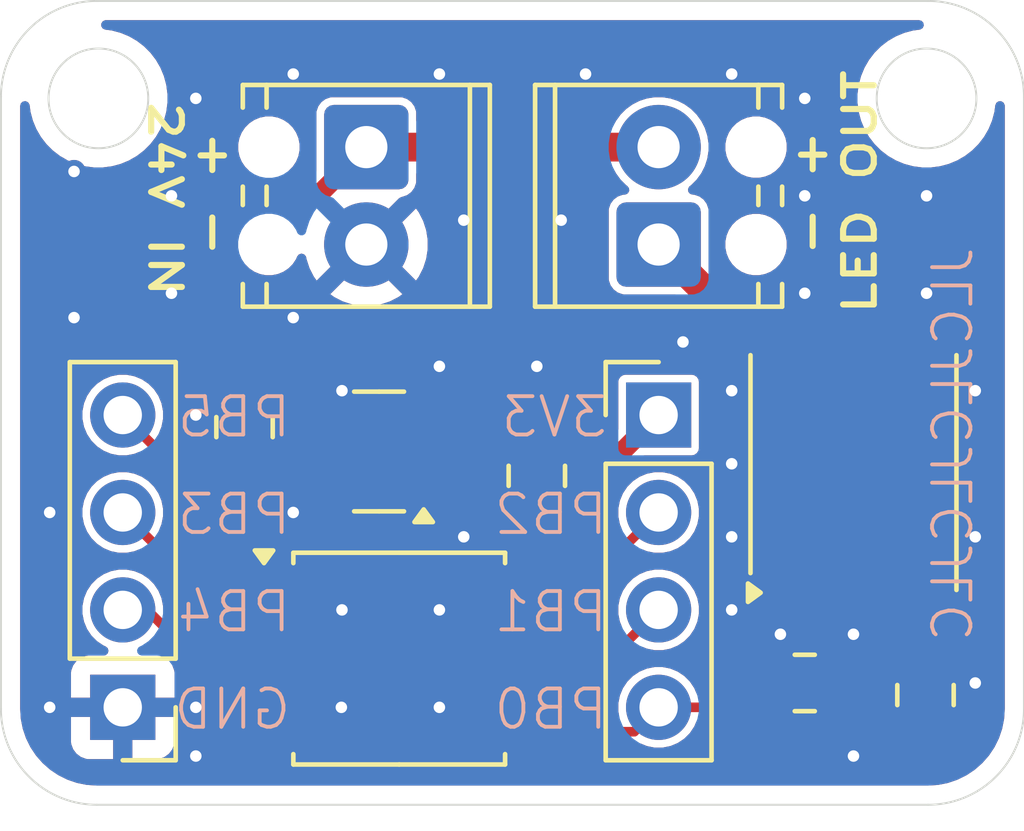
<source format=kicad_pcb>
(kicad_pcb (version 20241229) (generator "pcbnew") (generator_version "9.0")
  (layers (0 "F.Cu" signal) (2 "B.Cu" signal) (13 "F.Paste" user) (15 "B.Paste" user) (5 "F.SilkS" user "F.Silkscreen") (7 "B.SilkS" user "B.Silkscreen") (1 "F.Mask" user) (3 "B.Mask" user) (25 "Edge.Cuts" user))
  (net 0 "")
  (net 1 "GND")
  (net 2 "+3.3V")
  (net 3 "Net-(J1-Pin_1)")
  (net 4 "24V+")
  (net 5 "MOSFET_GATE")
  (net 6 "PB5")
  (net 7 "PB3")
  (net 8 "PB4")
  (net 9 "PB0")
  (net 10 "PB1")
  (net 11 "PB2")
  (footprint "Package_SO:SOIC-8_5.3x5.3mm_P1.27mm" (layer "F.Cu") (at 127.2225 96.52)
    (property "Reference" "U3" (hide yes))
    (property "Value" "ATtiny85V-10S")
    (fp_line (start -2.76 -2.76) (end -2.76 -2.49) (stroke (width 0.12)) (layer "F.SilkS"))
    (fp_line (start -2.76 2.76) (end -2.76 2.49) (stroke (width 0.12)) (layer "F.SilkS"))
    (fp_line (start 0 -2.76) (end -2.76 -2.76) (stroke (width 0.12)) (layer "F.SilkS"))
    (fp_line (start 0 -2.76) (end 2.76 -2.76) (stroke (width 0.12)) (layer "F.SilkS"))
    (fp_line (start 0 2.76) (end -2.76 2.76) (stroke (width 0.12)) (layer "F.SilkS"))
    (fp_line (start 0 2.76) (end 2.76 2.76) (stroke (width 0.12)) (layer "F.SilkS"))
    (fp_line (start 2.76 -2.76) (end 2.76 -2.49) (stroke (width 0.12)) (layer "F.SilkS"))
    (fp_line (start 2.76 2.76) (end 2.76 2.49) (stroke (width 0.12)) (layer "F.SilkS"))
    (fp_poly (pts (xy -3.525 -2.49) (xy -3.765 -2.82) (xy -3.285 -2.82)) (stroke (width 0.12)) (fill yes) (layer "F.SilkS"))
    (pad "1" smd roundrect (at -3.5875 -1.905) (size 1.625 0.65) (layers "F.Cu" "F.Mask" "F.Paste") (net 6 "PB5"))
    (pad "2" smd roundrect (at -3.5875 -0.635) (size 1.625 0.65) (layers "F.Cu" "F.Mask" "F.Paste") (net 7 "PB3"))
    (pad "3" smd roundrect (at -3.5875 0.635) (size 1.625 0.65) (layers "F.Cu" "F.Mask" "F.Paste") (net 8 "PB4"))
    (pad "4" smd roundrect (at -3.5875 1.905) (size 1.625 0.65) (layers "F.Cu" "F.Mask" "F.Paste") (net 1 "GND"))
    (pad "5" smd roundrect (at 3.5875 1.905) (size 1.625 0.65) (layers "F.Cu" "F.Mask" "F.Paste") (net 9 "PB0"))
    (pad "6" smd roundrect (at 3.5875 0.635) (size 1.625 0.65) (layers "F.Cu" "F.Mask" "F.Paste") (net 10 "PB1"))
    (pad "7" smd roundrect (at 3.5875 -0.635) (size 1.625 0.65) (layers "F.Cu" "F.Mask" "F.Paste") (net 11 "PB2"))
    (pad "8" smd roundrect (at 3.5875 -1.905) (size 1.625 0.65) (layers "F.Cu" "F.Mask" "F.Paste") (net 2 "+3.3V"))
  )
  (footprint "Connector_PinHeader_2.54mm:PinHeader_1x04_P2.54mm_Vertical" (layer "F.Cu") (at 120.015 97.79 180)
    (property "Reference" "J4" (hide yes))
    (property "Value" "DEBUG")
    (fp_line (start 1.38 1.27) (end 1.38 9) (stroke (width 0.12)) (layer "F.SilkS"))
    (fp_line (start -1.38 9) (end 1.38 9) (stroke (width 0.12)) (layer "F.SilkS"))
    (fp_line (start -1.38 1.27) (end 1.38 1.27) (stroke (width 0.12)) (layer "F.SilkS"))
    (fp_line (start -1.38 1.27) (end -1.38 9) (stroke (width 0.12)) (layer "F.SilkS"))
    (fp_line (start -1.38 0) (end -1.38 -1.38) (stroke (width 0.12)) (layer "F.SilkS"))
    (fp_line (start -1.38 -1.38) (end 0 -1.38) (stroke (width 0.12)) (layer "F.SilkS"))
    (pad "1" thru_hole rect (at 0 0 180) (size 1.7 1.7) (drill 1) (layers "*.Cu" "*.Mask") (net 1 "GND"))
    (pad "2" thru_hole circle (at 0 2.54 180) (size 1.7 1.7) (drill 1) (layers "*.Cu" "*.Mask") (net 8 "PB4"))
    (pad "3" thru_hole circle (at 0 5.08 180) (size 1.7 1.7) (drill 1) (layers "*.Cu" "*.Mask") (net 7 "PB3"))
    (pad "4" thru_hole circle (at 0 7.62 180) (size 1.7 1.7) (drill 1) (layers "*.Cu" "*.Mask") (net 6 "PB5"))
  )
  (footprint "Capacitor_SMD:C_0805_2012Metric" (layer "F.Cu") (at 137.795 97.155)
    (property "Reference" "R2" (hide yes))
    (property "Value" "100Ω")
    (fp_line (start -0.261252 -0.735) (end 0.261252 -0.735) (stroke (width 0.12)) (layer "F.SilkS"))
    (fp_line (start -0.261252 0.735) (end 0.261252 0.735) (stroke (width 0.12)) (layer "F.SilkS"))
    (pad "1" smd roundrect (at -0.95 0) (size 1 1.45) (layers "F.Cu" "F.Mask" "F.Paste") (net 9 "PB0"))
    (pad "2" smd roundrect (at 0.95 0) (size 1 1.45) (layers "F.Cu" "F.Mask" "F.Paste") (net 5 "MOSFET_GATE"))
  )
  (footprint "TerminalBlock_Phoenix:TerminalBlock_Phoenix_MPT-0,5-2-2.54_1x02_P2.54mm_Horizontal" (layer "F.Cu") (at 126.365 83.185 -90)
    (property "Reference" "J2" (hide yes))
    (property "Value" "24V_IN")
    (fp_line (start -1.62 3.22) (end -1.62 -3.22) (stroke (width 0.12)) (layer "F.SilkS"))
    (fp_line (start -1.03 3.22) (end -1.62 3.22) (stroke (width 0.12)) (layer "F.SilkS"))
    (fp_line (start 1.51 3.22) (end 1.03 3.22) (stroke (width 0.12)) (layer "F.SilkS"))
    (fp_line (start 4.16 3.22) (end 3.57 3.22) (stroke (width 0.12)) (layer "F.SilkS"))
    (fp_line (start -1.62 2.6) (end -1.03 2.6) (stroke (width 0.12)) (layer "F.SilkS"))
    (fp_line (start 1.03 2.6) (end 1.51 2.6) (stroke (width 0.12)) (layer "F.SilkS"))
    (fp_line (start 3.57 2.6) (end 4.16 2.6) (stroke (width 0.12)) (layer "F.SilkS"))
    (fp_line (start -1.62 -2.7) (end 4.16 -2.7) (stroke (width 0.12)) (layer "F.SilkS"))
    (fp_line (start -1.62 -3.22) (end 4.16 -3.22) (stroke (width 0.12)) (layer "F.SilkS"))
    (fp_line (start 4.16 -3.22) (end 4.16 3.22) (stroke (width 0.12)) (layer "F.SilkS"))
    (pad "" np_thru_hole circle (at 0 2.54 270) (size 1.1 1.1) (drill 1.1) (layers "*.Cu" "*.Mask"))
    (pad "" np_thru_hole circle (at 2.54 2.54 270) (size 1.1 1.1) (drill 1.1) (layers "*.Cu" "*.Mask"))
    (pad "1" thru_hole roundrect (at 0 0 270) (size 2.2 2.2) (drill 1.1) (layers "*.Cu" "*.Mask") (roundrect_rratio 0.113636) (net 4 "24V+"))
    (pad "2" thru_hole circle (at 2.54 0 270) (size 2.2 2.2) (drill 1.1) (layers "*.Cu" "*.Mask") (net 1 "GND"))
  )
  (footprint "Connector_PinHeader_2.54mm:PinHeader_1x04_P2.54mm_Vertical" (layer "F.Cu") (at 133.985 90.17)
    (property "Reference" "J3" (hide yes))
    (property "Value" "DEBUG")
    (fp_line (start -1.38 -1.38) (end 0 -1.38) (stroke (width 0.12)) (layer "F.SilkS"))
    (fp_line (start -1.38 0) (end -1.38 -1.38) (stroke (width 0.12)) (layer "F.SilkS"))
    (fp_line (start -1.38 1.27) (end -1.38 9) (stroke (width 0.12)) (layer "F.SilkS"))
    (fp_line (start -1.38 1.27) (end 1.38 1.27) (stroke (width 0.12)) (layer "F.SilkS"))
    (fp_line (start -1.38 9) (end 1.38 9) (stroke (width 0.12)) (layer "F.SilkS"))
    (fp_line (start 1.38 1.27) (end 1.38 9) (stroke (width 0.12)) (layer "F.SilkS"))
    (pad "1" thru_hole rect (at 0 0) (size 1.7 1.7) (drill 1) (layers "*.Cu" "*.Mask") (net 2 "+3.3V"))
    (pad "2" thru_hole circle (at 0 2.54) (size 1.7 1.7) (drill 1) (layers "*.Cu" "*.Mask") (net 11 "PB2"))
    (pad "3" thru_hole circle (at 0 5.08) (size 1.7 1.7) (drill 1) (layers "*.Cu" "*.Mask") (net 10 "PB1"))
    (pad "4" thru_hole circle (at 0 7.62) (size 1.7 1.7) (drill 1) (layers "*.Cu" "*.Mask") (net 9 "PB0"))
  )
  (footprint "Package_TO_SOT_SMD:SOT-23" (layer "F.Cu") (at 126.6975 91.12 180)
    (property "Reference" "U2" (hide yes))
    (property "Value" "MCP1799x-330xxTT")
    (fp_line (start 0 1.56) (end 0.65 1.56) (stroke (width 0.12)) (layer "F.SilkS"))
    (fp_line (start 0 1.56) (end -0.65 1.56) (stroke (width 0.12)) (layer "F.SilkS"))
    (fp_line (start 0 -1.56) (end 0.65 -1.56) (stroke (width 0.12)) (layer "F.SilkS"))
    (fp_line (start 0 -1.56) (end -0.65 -1.56) (stroke (width 0.12)) (layer "F.SilkS"))
    (fp_poly (pts (xy -1.1625 -1.51) (xy -1.4025 -1.84) (xy -0.9225 -1.84)) (stroke (width 0.12)) (fill yes) (layer "F.SilkS"))
    (pad "1" smd roundrect (at -0.9375 -0.95 180) (size 1.475 0.6) (layers "F.Cu" "F.Mask" "F.Paste") (net 1 "GND"))
    (pad "2" smd roundrect (at -0.9375 0.95 180) (size 1.475 0.6) (layers "F.Cu" "F.Mask" "F.Paste") (net 2 "+3.3V"))
    (pad "3" smd roundrect (at 0.9375 0 180) (size 1.475 0.6) (layers "F.Cu" "F.Mask" "F.Paste") (net 4 "24V+"))
  )
  (footprint "Capacitor_SMD:C_0805_2012Metric" (layer "F.Cu") (at 140.9425 97.47 90)
    (property "Reference" "R3" (hide yes))
    (property "Value" "100kΩ")
    (fp_line (start -0.261252 -0.735) (end 0.261252 -0.735) (stroke (width 0.12)) (layer "F.SilkS"))
    (fp_line (start -0.261252 0.735) (end 0.261252 0.735) (stroke (width 0.12)) (layer "F.SilkS"))
    (pad "1" smd roundrect (at -0.95 0 90) (size 1 1.45) (layers "F.Cu" "F.Mask" "F.Paste") (net 1 "GND"))
    (pad "2" smd roundrect (at 0.95 0 90) (size 1 1.45) (layers "F.Cu" "F.Mask" "F.Paste") (net 5 "MOSFET_GATE"))
  )
  (footprint "Capacitor_SMD:C_0805_2012Metric" (layer "F.Cu") (at 130.81 91.755 90)
    (property "Reference" "C2" (hide yes))
    (property "Value" "1μF")
    (fp_line (start -0.261252 -0.735) (end 0.261252 -0.735) (stroke (width 0.12)) (layer "F.SilkS"))
    (fp_line (start -0.261252 0.735) (end 0.261252 0.735) (stroke (width 0.12)) (layer "F.SilkS"))
    (pad "1" smd roundrect (at -0.95 0 90) (size 1 1.45) (layers "F.Cu" "F.Mask" "F.Paste") (net 2 "+3.3V"))
    (pad "2" smd roundrect (at 0.95 0 90) (size 1 1.45) (layers "F.Cu" "F.Mask" "F.Paste") (net 1 "GND"))
  )
  (footprint "Package_TO_SOT_SMD:TDSON-8-1" (layer "F.Cu") (at 139.065 91.67 90)
    (property "Reference" "Q1" (hide yes))
    (property "Value" "CSD17302Q5A")
    (fp_line (start 3.06 -2.685) (end -2.62 -2.685) (stroke (width 0.12)) (layer "F.SilkS"))
    (fp_line (start 3.06 2.685) (end -3.06 2.685) (stroke (width 0.12)) (layer "F.SilkS"))
    (fp_poly (pts (xy -3.131622 -2.42027) (xy -3.371622 -2.75027) (xy -2.891622 -2.75027) (xy -3.131622 -2.42027)) (stroke (width 0.12)) (fill yes) (layer "F.SilkS"))
    (pad "1" smd roundrect (at -2.9 -1.905 90) (size 0.85 0.5) (layers "F.Cu" "F.Mask" "F.Paste") (net 1 "GND"))
    (pad "2" smd roundrect (at -2.9 -0.635 90) (size 0.85 0.5) (layers "F.Cu" "F.Mask" "F.Paste") (net 1 "GND"))
    (pad "3" smd roundrect (at -2.9 0.635 90) (size 0.85 0.5) (layers "F.Cu" "F.Mask" "F.Paste") (net 1 "GND"))
    (pad "4" smd roundrect (at -2.9 1.905 90) (size 0.85 0.5) (layers "F.Cu" "F.Mask" "F.Paste") (net 5 "MOSFET_GATE"))
    (pad "5" smd rect (at 1.05 0 90) (size 4.55 4.41) (layers "F.Cu") (net 3 "Net-(J1-Pin_1)"))
  )
  (footprint "Capacitor_SMD:C_0805_2012Metric" (layer "F.Cu") (at 123.19 90.485 -90)
    (property "Reference" "C1" (hide yes))
    (property "Value" "1μF")
    (fp_line (start -0.261252 0.735) (end 0.261252 0.735) (stroke (width 0.12)) (layer "F.SilkS"))
    (fp_line (start -0.261252 -0.735) (end 0.261252 -0.735) (stroke (width 0.12)) (layer "F.SilkS"))
    (pad "1" smd roundrect (at -0.95 0 270) (size 1 1.45) (layers "F.Cu" "F.Mask" "F.Paste") (net 4 "24V+"))
    (pad "2" smd roundrect (at 0.95 0 270) (size 1 1.45) (layers "F.Cu" "F.Mask" "F.Paste") (net 1 "GND"))
  )
  (footprint "TerminalBlock_Phoenix:TerminalBlock_Phoenix_MPT-0,5-2-2.54_1x02_P2.54mm_Horizontal" (layer "F.Cu") (at 133.985 85.725 90)
    (property "Reference" "J1" (hide yes))
    (property "Value" "LED_24V_OUT")
    (fp_line (start 4.16 -3.22) (end 4.16 3.22) (stroke (width 0.12)) (layer "F.SilkS"))
    (fp_line (start -1.62 -3.22) (end 4.16 -3.22) (stroke (width 0.12)) (layer "F.SilkS"))
    (fp_line (start -1.62 -2.7) (end 4.16 -2.7) (stroke (width 0.12)) (layer "F.SilkS"))
    (fp_line (start 3.57 2.6) (end 4.16 2.6) (stroke (width 0.12)) (layer "F.SilkS"))
    (fp_line (start 1.03 2.6) (end 1.51 2.6) (stroke (width 0.12)) (layer "F.SilkS"))
    (fp_line (start -1.62 2.6) (end -1.03 2.6) (stroke (width 0.12)) (layer "F.SilkS"))
    (fp_line (start 4.16 3.22) (end 3.57 3.22) (stroke (width 0.12)) (layer "F.SilkS"))
    (fp_line (start 1.51 3.22) (end 1.03 3.22) (stroke (width 0.12)) (layer "F.SilkS"))
    (fp_line (start -1.03 3.22) (end -1.62 3.22) (stroke (width 0.12)) (layer "F.SilkS"))
    (fp_line (start -1.62 3.22) (end -1.62 -3.22) (stroke (width 0.12)) (layer "F.SilkS"))
    (pad "" np_thru_hole circle (at 0 2.54 90) (size 1.1 1.1) (drill 1.1) (layers "*.Cu" "*.Mask"))
    (pad "" np_thru_hole circle (at 2.54 2.54 90) (size 1.1 1.1) (drill 1.1) (layers "*.Cu" "*.Mask"))
    (pad "1" thru_hole roundrect (at 0 0 90) (size 2.2 2.2) (drill 1.1) (layers "*.Cu" "*.Mask") (roundrect_rratio 0.113636) (net 3 "Net-(J1-Pin_1)"))
    (pad "2" thru_hole circle (at 2.54 0 90) (size 2.2 2.2) (drill 1.1) (layers "*.Cu" "*.Mask") (net 4 "24V+"))
  )
  (gr_arc (start 119.34 100.33) (mid 117.572233 99.597767) (end 116.84 97.83) (stroke (width 0.05)) (layer "Edge.Cuts"))
  (gr_circle (center 119.38 81.915) (end 120.68 81.915) (stroke (width 0.05)) (fill no) (layer "Edge.Cuts"))
  (gr_arc (start 143.51 97.83) (mid 142.777767 99.597767) (end 141.01 100.33) (stroke (width 0.05)) (layer "Edge.Cuts"))
  (gr_line (start 141.01 100.33) (end 119.34 100.33) (stroke (width 0.05)) (layer "Edge.Cuts"))
  (gr_line (start 119.34 79.375) (end 141.01 79.375) (stroke (width 0.05)) (layer "Edge.Cuts"))
  (gr_line (start 143.51 81.875) (end 143.51 97.83) (stroke (width 0.05)) (layer "Edge.Cuts"))
  (gr_arc (start 141.01 79.375) (mid 142.777767 80.107233) (end 143.51 81.875) (stroke (width 0.05)) (layer "Edge.Cuts"))
  (gr_circle (center 140.97 81.915) (end 142.27 81.915) (stroke (width 0.05)) (fill no) (layer "Edge.Cuts"))
  (gr_arc (start 116.84 81.875) (mid 117.572233 80.107233) (end 119.34 79.375) (stroke (width 0.05)) (layer "Edge.Cuts"))
  (gr_line (start 116.84 97.83) (end 116.84 81.875) (stroke (width 0.05)) (layer "Edge.Cuts"))
  (gr_text " + -\n24V IN" (at 120.65 81.915 270) (layer "F.SilkS") (effects (font (size 0.8 1) (thickness 0.16) (bold yes)) (justify left bottom)))
  (gr_text "  - +\nLED OUT" (at 139.7 87.63 90) (layer "F.SilkS") (effects (font (size 0.8 1) (thickness 0.16) (bold yes)) (justify left bottom)))
  (gr_text "PB2" (at 132.715 93.345 0) (layer "B.SilkS") (effects (font (size 1 1) (thickness 0.1)) (justify left bottom mirror)))
  (gr_text "3V3" (at 132.715 90.805 0) (layer "B.SilkS") (effects (font (size 1 1) (thickness 0.1)) (justify left bottom mirror)))
  (gr_text "JLCJLCJLCJLC" (at 142.24 85.725 90) (layer "B.SilkS") (effects (font (size 1 1) (thickness 0.1)) (justify left bottom mirror)))
  (gr_text "PB5" (at 124.46 90.805 0) (layer "B.SilkS") (effects (font (size 1 1) (thickness 0.1)) (justify left bottom mirror)))
  (gr_text "PB1" (at 132.715 95.885 0) (layer "B.SilkS") (effects (font (size 1 1) (thickness 0.1)) (justify left bottom mirror)))
  (gr_text "PB0" (at 132.715 98.425 0) (layer "B.SilkS") (effects (font (size 1 1) (thickness 0.1)) (justify left bottom mirror)))
  (gr_text "GND" (at 124.46 98.425 0) (layer "B.SilkS") (effects (font (size 1 1) (thickness 0.1)) (justify left bottom mirror)))
  (gr_text "PB4\n" (at 124.46 95.885 0) (layer "B.SilkS") (effects (font (size 1 1) (thickness 0.1)) (justify left bottom mirror)))
  (gr_text "PB3" (at 124.46 93.345 0) (layer "B.SilkS") (effects (font (size 1 1) (thickness 0.1)) (justify left bottom mirror)))
  (via (at 128.27 95.25) (size 0.6) (drill 0.3) (layers "F.Cu" "B.Cu") (net 1))
  (via (at 118.745 83.82) (size 0.6) (drill 0.3) (layers "F.Cu" "B.Cu") (net 1))
  (via (at 139.065 99.06) (size 0.6) (drill 0.3) (layers "F.Cu" "B.Cu") (net 1))
  (via (at 125.73 89.535) (size 0.6) (drill 0.3) (layers "F.Cu" "B.Cu") (net 1))
  (via (at 130.81 88.9) (size 0.6) (drill 0.3) (layers "F.Cu" "B.Cu") (net 1))
  (via (at 142.24 93.345) (size 0.6) (drill 0.3) (layers "F.Cu" "B.Cu") (net 1))
  (via (at 137.795 84.455) (size 0.6) (drill 0.3) (layers "F.Cu" "B.Cu") (net 1))
  (via (at 125.714066 97.79) (size 0.6) (drill 0.3) (layers "F.Cu" "B.Cu") (net 1))
  (via (at 137.795 86.995) (size 0.6) (drill 0.3) (layers "F.Cu" "B.Cu") (net 1))
  (via (at 118.11 97.79) (size 0.6) (drill 0.3) (layers "F.Cu" "B.Cu") (net 1))
  (via (at 124.46 92.71) (size 0.6) (drill 0.3) (layers "F.Cu" "B.Cu") (net 1))
  (via (at 142.24 89.535) (size 0.6) (drill 0.3) (layers "F.Cu" "B.Cu") (net 1))
  (via (at 128.905 93.345) (size 0.6) (drill 0.3) (layers "F.Cu" "B.Cu") (net 1))
  (via (at 132.08 81.28) (size 0.6) (drill 0.3) (layers "F.Cu" "B.Cu") (net 1))
  (via (at 135.89 89.535) (size 0.6) (drill 0.3) (layers "F.Cu" "B.Cu") (net 1))
  (via (at 135.89 95.25) (size 0.6) (drill 0.3) (layers "F.Cu" "B.Cu") (net 1))
  (via (at 118.11 92.71) (size 0.6) (drill 0.3) (layers "F.Cu" "B.Cu") (net 1))
  (via (at 121.285 86.995) (size 0.6) (drill 0.3) (layers "F.Cu" "B.Cu") (net 1))
  (via (at 135.89 81.28) (size 0.6) (drill 0.3) (layers "F.Cu" "B.Cu") (net 1))
  (via (at 128.27 81.28) (size 0.6) (drill 0.3) (layers "F.Cu" "B.Cu") (net 1))
  (via (at 135.89 93.345) (size 0.6) (drill 0.3) (layers "F.Cu" "B.Cu") (net 1))
  (via (at 131.445 85.09) (size 0.6) (drill 0.3) (layers "F.Cu" "B.Cu") (net 1))
  (via (at 128.27 97.79) (size 0.6) (drill 0.3) (layers "F.Cu" "B.Cu") (net 1))
  (via (at 140.97 84.455) (size 0.6) (drill 0.3) (layers "F.Cu" "B.Cu") (net 1))
  (via (at 121.92 99.06) (size 0.6) (drill 0.3) (layers "F.Cu" "B.Cu") (net 1))
  (via (at 128.905 85.09) (size 0.6) (drill 0.3) (layers "F.Cu" "B.Cu") (net 1))
  (via (at 137.16 95.885) (size 0.6) (drill 0.3) (layers "F.Cu" "B.Cu") (net 1))
  (via (at 137.795 81.915) (size 0.6) (drill 0.3) (layers "F.Cu" "B.Cu") (net 1))
  (via (at 121.92 90.17) (size 0.6) (drill 0.3) (layers "F.Cu" "B.Cu") (net 1))
  (via (at 142.24 97.155) (size 0.6) (drill 0.3) (layers "F.Cu" "B.Cu") (net 1))
  (via (at 134.62 88.265) (size 0.6) (drill 0.3) (layers "F.Cu" "B.Cu") (net 1))
  (via (at 135.89 91.44) (size 0.6) (drill 0.3) (layers "F.Cu" "B.Cu") (net 1))
  (via (at 128.27 88.9) (size 0.6) (drill 0.3) (layers "F.Cu" "B.Cu") (net 1))
  (via (at 140.97 86.995) (size 0.6) (drill 0.3) (layers "F.Cu" "B.Cu") (net 1))
  (via (at 118.745 87.63) (size 0.6) (drill 0.3) (layers "F.Cu" "B.Cu") (net 1))
  (via (at 124.46 87.63) (size 0.6) (drill 0.3) (layers "F.Cu" "B.Cu") (net 1))
  (via (at 121.92 81.915) (size 0.6) (drill 0.3) (layers "F.Cu" "B.Cu") (net 1))
  (via (at 121.285 84.455) (size 0.6) (drill 0.3) (layers "F.Cu" "B.Cu") (net 1))
  (via (at 139.065 95.885) (size 0.6) (drill 0.3) (layers "F.Cu" "B.Cu") (net 1))
  (via (at 121.92 97.79) (size 0.6) (drill 0.3) (layers "F.Cu" "B.Cu") (net 1))
  (via (at 125.73 95.25) (size 0.6) (drill 0.3) (layers "F.Cu" "B.Cu") (net 1))
  (via (at 124.46 81.28) (size 0.6) (drill 0.3) (layers "F.Cu" "B.Cu") (net 1))
  (segment (start 130.17 92.705) (end 130.81 92.705) (width 0.2) (layer "F.Cu") (net 2))
  (segment (start 127.635 90.17) (end 128.275 90.17) (width 0.5) (layer "F.Cu") (net 2))
  (segment (start 130.81 92.705) (end 130.81 94.615) (width 0.5) (layer "F.Cu") (net 2))
  (segment (start 134.62 90.805) (end 134.62 90.17) (width 0.2) (layer "F.Cu") (net 2))
  (segment (start 128.275 90.17) (end 130.81 92.705) (width 0.5) (layer "F.Cu") (net 2))
  (segment (start 131.45 92.705) (end 133.985 90.17) (width 0.5) (layer "F.Cu") (net 2))
  (segment (start 130.81 92.705) (end 131.45 92.705) (width 0.5) (layer "F.Cu") (net 2))
  (segment (start 139.065 90.62) (end 138.88 90.62) (width 0.2) (layer "F.Cu") (net 3))
  (segment (start 138.88 90.62) (end 133.985 85.725) (width 0.75) (layer "F.Cu") (net 3))
  (segment (start 139.065 90.62) (end 139.065 89.535) (width 0.2) (layer "F.Cu") (net 3))
  (segment (start 122.555 85.09) (end 123.19 84.455) (width 0.5) (layer "F.Cu") (net 4))
  (segment (start 123.19 89.535) (end 124.175 89.535) (width 0.5) (layer "F.Cu") (net 4))
  (segment (start 124.175 89.535) (end 125.76 91.12) (width 0.5) (layer "F.Cu") (net 4))
  (segment (start 123.19 84.455) (end 125.095 84.455) (width 0.5) (layer "F.Cu") (net 4))
  (segment (start 122.555 88.9) (end 122.555 85.09) (width 0.5) (layer "F.Cu") (net 4))
  (segment (start 123.19 89.535) (end 122.555 88.9) (width 0.5) (layer "F.Cu") (net 4))
  (segment (start 126.365 83.185) (end 133.985 83.185) (width 0.75) (layer "F.Cu") (net 4))
  (segment (start 125.095 84.455) (end 126.365 83.185) (width 0.5) (layer "F.Cu") (net 4))
  (segment (start 140.55 96.52) (end 140.97 96.1) (width 0.2) (layer "F.Cu") (net 5))
  (segment (start 138.745 97.155) (end 139.38 96.52) (width 0.25) (layer "F.Cu") (net 5))
  (segment (start 139.38 96.52) (end 140.9425 96.52) (width 0.25) (layer "F.Cu") (net 5))
  (segment (start 140.97 96.1) (end 140.97 94.57) (width 0.25) (layer "F.Cu") (net 5))
  (segment (start 123.635 93.79) (end 123.635 94.615) (width 0.25) (layer "F.Cu") (net 6))
  (segment (start 120.015 90.17) (end 123.635 93.79) (width 0.25) (layer "F.Cu") (net 6))
  (segment (start 123.19 95.885) (end 123.635 95.885) (width 0.2) (layer "F.Cu") (net 7))
  (segment (start 120.015 92.71) (end 123.19 95.885) (width 0.25) (layer "F.Cu") (net 7))
  (segment (start 120.65 95.25) (end 120.015 95.25) (width 0.2) (layer "F.Cu") (net 8))
  (segment (start 123.635 97.155) (end 122.555 97.155) (width 0.25) (layer "F.Cu") (net 8))
  (segment (start 122.555 97.155) (end 120.65 95.25) (width 0.25) (layer "F.Cu") (net 8))
  (segment (start 133.985 97.79) (end 136.21 97.79) (width 0.25) (layer "F.Cu") (net 9))
  (segment (start 133.35 98.425) (end 133.985 97.79) (width 0.25) (layer "F.Cu") (net 9))
  (segment (start 136.21 97.79) (end 136.845 97.155) (width 0.25) (layer "F.Cu") (net 9))
  (segment (start 130.81 98.425) (end 133.35 98.425) (width 0.25) (layer "F.Cu") (net 9))
  (segment (start 133.985 98.425) (end 134.62 97.79) (width 0.2) (layer "F.Cu") (net 9))
  (segment (start 130.81 97.155) (end 132.08 97.155) (width 0.25) (layer "F.Cu") (net 10))
  (segment (start 132.08 97.155) (end 133.985 95.25) (width 0.25) (layer "F.Cu") (net 10))
  (segment (start 131.445 95.885) (end 130.81 95.885) (width 0.2) (layer "F.Cu") (net 11))
  (segment (start 132.08 95.25) (end 132.08 94.615) (width 0.25) (layer "F.Cu") (net 11))
  (segment (start 132.08 95.25) (end 131.445 95.885) (width 0.25) (layer "F.Cu") (net 11))
  (segment (start 132.08 94.615) (end 133.985 92.71) (width 0.25) (layer "F.Cu") (net 11))
  (zone (net 1) (net_name "GND") (layers "F.Cu" "B.Cu") (connect_pads (clearance 0)) (min_thickness 0.25) (fill yes (thermal_gap 0.5) (thermal_bridge_width 0.5))
    (polygon (pts (xy 116.84 79.375) (xy 143.51 79.375) (xy 143.51 100.33) (xy 116.84 100.33)))
  )
)
</source>
